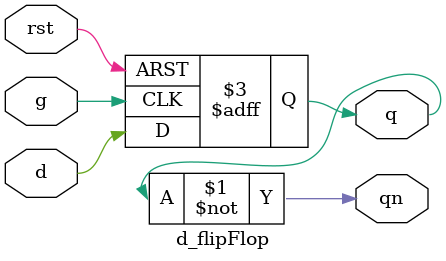
<source format=v>
module d_flipFlop(
  
  input d, 
  input g, 
  input rst,
  output reg q,
  output reg qn
);
 
  assign qn = ~q;
 
  always @(posedge g, posedge rst) begin
    if (rst)
      q <= 1'b0;
    else
      q <= d;
  end

  

endmodule

</source>
